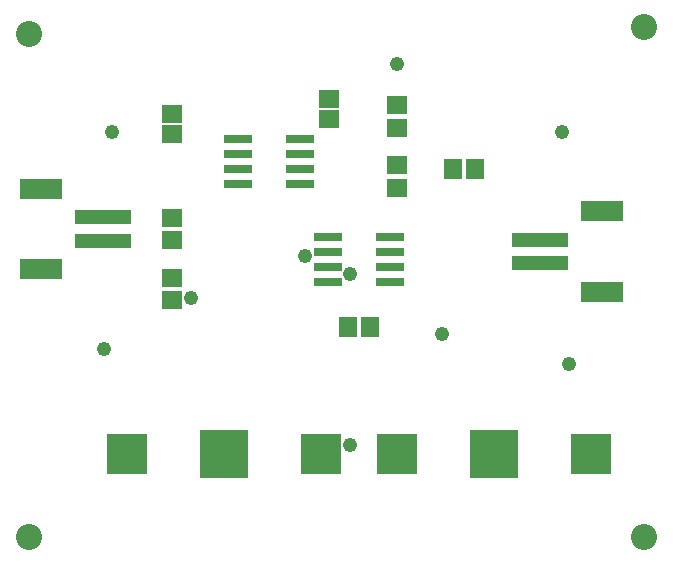
<source format=gts>
G75*
%MOIN*%
%OFA0B0*%
%FSLAX25Y25*%
%IPPOS*%
%LPD*%
%AMOC8*
5,1,8,0,0,1.08239X$1,22.5*
%
%ADD10C,0.08674*%
%ADD11R,0.16154X0.16154*%
%ADD12R,0.13398X0.13398*%
%ADD13R,0.06706X0.05918*%
%ADD14R,0.18910X0.04737*%
%ADD15R,0.14186X0.07099*%
%ADD16R,0.09461X0.03162*%
%ADD17R,0.05918X0.06706*%
%ADD18C,0.04800*%
%ADD19C,0.04762*%
D10*
X0014300Y0016800D03*
X0014300Y0184300D03*
X0219300Y0186800D03*
X0219300Y0016800D03*
D11*
X0169300Y0044300D03*
X0079300Y0044300D03*
D12*
X0047017Y0044300D03*
X0111583Y0044300D03*
X0137017Y0044300D03*
X0201583Y0044300D03*
D13*
X0136800Y0133060D03*
X0136800Y0140540D03*
X0136800Y0153060D03*
X0136800Y0160540D03*
X0114300Y0162646D03*
X0114300Y0155954D03*
X0061800Y0157646D03*
X0061800Y0150954D03*
X0061800Y0123040D03*
X0061800Y0115560D03*
X0061800Y0103040D03*
X0061800Y0095560D03*
D14*
X0038867Y0115363D03*
X0038867Y0123237D03*
X0184733Y0115737D03*
X0184733Y0107863D03*
D15*
X0205206Y0098414D03*
X0205206Y0125186D03*
X0018394Y0132686D03*
X0018394Y0105914D03*
D16*
X0084064Y0134300D03*
X0084064Y0139300D03*
X0084064Y0144300D03*
X0084064Y0149300D03*
X0104536Y0149300D03*
X0104536Y0144300D03*
X0104536Y0139300D03*
X0104536Y0134300D03*
X0114064Y0116800D03*
X0114064Y0111800D03*
X0114064Y0106800D03*
X0114064Y0101800D03*
X0134536Y0101800D03*
X0134536Y0106800D03*
X0134536Y0111800D03*
X0134536Y0116800D03*
D17*
X0155560Y0139300D03*
X0163040Y0139300D03*
X0128040Y0086800D03*
X0120560Y0086800D03*
D18*
X0121300Y0104300D03*
X0106300Y0110300D03*
X0068300Y0096300D03*
X0121300Y0047300D03*
D19*
X0151800Y0084300D03*
X0194300Y0074300D03*
X0191800Y0151800D03*
X0136800Y0174300D03*
X0041800Y0151800D03*
X0039300Y0079300D03*
M02*

</source>
